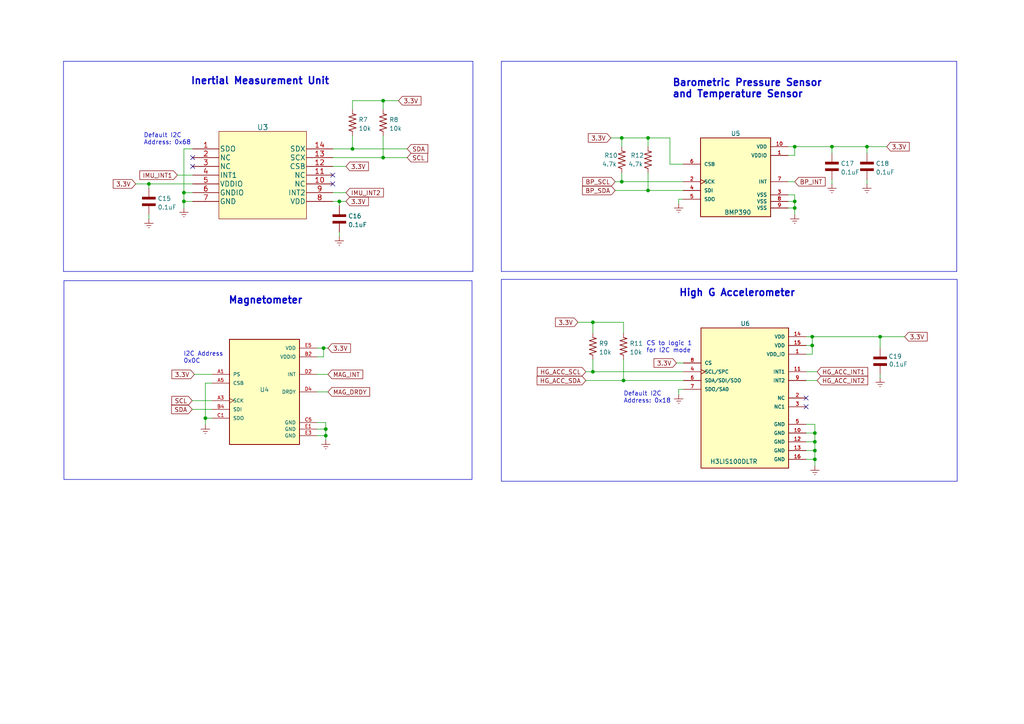
<source format=kicad_sch>
(kicad_sch (version 20230121) (generator eeschema)
  (paper "A4")
  (lib_symbols
    (symbol "Full-Flight-Computer:BMI323" (pin_names (offset 0.254))
      (property "Reference" "U" (at 20.32 -5.715 0))
      (symbol "BMI323_1_1"
        (rectangle (start 7.62 5.08) (end 33.02 -20.32) (stroke (width 0.1524)) (fill (type background)))
        (pin bidirectional line (at 0 0 0) (length 7.62) (name "SDO") (number "1"))
        (pin passive line (at 40.64 -10.16 180) (length 7.62) (name "NC") (number "10"))
        (pin passive line (at 40.64 -7.62 180) (length 7.62) (name "NC") (number "11"))
        (pin input line (at 40.64 -5.08 180) (length 7.62) (name "CSB") (number "12"))
        (pin input line (at 40.64 -2.54 180) (length 7.62) (name "SCX") (number "13"))
        (pin bidirectional line (at 40.64 0 180) (length 7.62) (name "SDX") (number "14"))
        (pin passive line (at 0 -2.54 0) (length 7.62) (name "NC") (number "2"))
        (pin passive line (at 0 -5.08 0) (length 7.62) (name "NC") (number "3"))
        (pin bidirectional line (at 0 -7.62 0) (length 7.62) (name "INT1") (number "4"))
        (pin power_in line (at 0 -10.16 0) (length 7.62) (name "VDDIO") (number "5"))
        (pin power_in line (at 0 -12.7 0) (length 7.62) (name "GNDIO") (number "6"))
        (pin power_in line (at 0 -15.24 0) (length 7.62) (name "GND") (number "7"))
        (pin power_in line (at 40.64 -15.24 180) (length 7.62) (name "VDD") (number "8"))
        (pin bidirectional line (at 40.64 -12.7 180) (length 7.62) (name "INT2") (number "9"))
      )
    )
    (symbol "Full-Flight-Computer:BMM150" (pin_names (offset 1.016))
      (property "Reference" "U" (at -0.635 -1.27 0))
      (symbol "BMM150_0_0"
        (rectangle (start -10.16 -15.24) (end 10.16 15.24) (stroke (width 0.254)) (fill (type background)))
        (pin input line (at -15.24 5.08 0) (length 5.08) (name "PS") (number "A1"))
        (pin input clock (at -15.24 -2.54 0) (length 5.08) (name "SCK") (number "A3"))
        (pin input line (at -15.24 2.54 0) (length 5.08) (name "CSB") (number "A5"))
        (pin power_in line (at 15.24 10.16 180) (length 5.08) (name "VDDIO") (number "B2"))
        (pin bidirectional line (at -15.24 -5.08 0) (length 5.08) (name "SDI") (number "B4"))
        (pin output line (at -15.24 -7.62 0) (length 5.08) (name "SDO") (number "C1"))
        (pin power_in line (at 15.24 -8.89 180) (length 5.08) (name "GND") (number "C5"))
        (pin output line (at 15.24 5.08 180) (length 5.08) (name "INT") (number "D2"))
        (pin output line (at 15.24 0 180) (length 5.08) (name "DRDY") (number "D4"))
        (pin power_in line (at 15.24 -10.795 180) (length 5.08) (name "GND") (number "E1"))
        (pin power_in line (at 15.24 -12.7 180) (length 5.08) (name "GND") (number "E3"))
        (pin power_in line (at 15.24 12.7 180) (length 5.08) (name "VDD") (number "E5"))
      )
    )
    (symbol "Full-Flight-Computer:BMP390" (pin_names (offset 1.016))
      (property "Reference" "U" (at -2.54 13.335 0))
      (property "Value" "BMP390" (at -3.81 -9.525 0))
      (symbol "BMP390_0_0"
        (rectangle (start -10.16 -10.16) (end 10.16 12.7) (stroke (width 0.254)) (fill (type background)))
        (pin power_in line (at 15.24 7.62 180) (length 5.08) (name "VDDIO") (number "1"))
        (pin power_in line (at 15.24 10.16 180) (length 5.08) (name "VDD") (number "10"))
        (pin input clock (at -15.24 0 0) (length 5.08) (name "SCK") (number "2"))
        (pin power_in line (at 15.24 -3.81 180) (length 5.08) (name "VSS") (number "3"))
        (pin input line (at -15.24 -2.54 0) (length 5.08) (name "SDI") (number "4"))
        (pin input line (at -15.24 -5.08 0) (length 5.08) (name "SDO") (number "5"))
        (pin input line (at -15.24 5.08 0) (length 5.08) (name "CSB") (number "6"))
        (pin output line (at 15.24 0 180) (length 5.08) (name "INT") (number "7"))
        (pin power_in line (at 15.24 -5.715 180) (length 5.08) (name "VSS") (number "8"))
        (pin power_in line (at 15.24 -7.62 180) (length 5.08) (name "VSS") (number "9"))
      )
    )
    (symbol "Full-Flight-Computer:CAP_0402" (pin_numbers hide) (pin_names (offset 1.016) hide)
      (property "Reference" "C" (at -1.27 3.81 0))
      (property "Value" "CAP_0402" (at -4.826 -3.81 0))
      (symbol "CAP_0402_0_0"
        (rectangle (start -1.27 -1.905) (end -0.635 1.905) (fill (type outline)))
        (rectangle (start 0.635 -1.905) (end 1.27 1.905) (fill (type outline)))
        (pin passive line (at 3.81 0 180) (length 2.54) (name "~") (number "1"))
        (pin passive line (at -3.81 0 0) (length 2.54) (name "~") (number "2"))
      )
    )
    (symbol "Full-Flight-Computer:Earth" (power) (pin_names (offset 0))
      (symbol "Earth_0_1"
        (polyline (pts (xy -0.635 -1.905) (xy 0.635 -1.905)))
        (polyline (pts (xy -0.127 -2.54) (xy 0.127 -2.54)))
        (polyline (pts (xy 0 -1.27) (xy 0 0)))
        (polyline (pts (xy 1.27 -1.27) (xy -1.27 -1.27)))
      )
      (symbol "Earth_1_1"
        (pin power_in line (at 0 0 270) (length 0) hide (name "Earth") (number "1"))
      )
    )
    (symbol "Full-Flight-Computer:H3LIS100DLTR" (pin_names (offset 1.016))
      (property "Reference" "U" (at -12.7 13.589 0))
      (property "Value" "H3LIS100DLTR" (at -11.557 -27.432 0))
      (symbol "H3LIS100DLTR_0_0"
        (rectangle (start -12.7 12.7) (end 12.7 -27.94) (stroke (width 0.254)) (fill (type background)))
        (pin power_in line (at 17.78 5.08 180) (length 5.08) (name "VDD_IO") (number "1"))
        (pin output line (at 17.78 0 180) (length 5.08) (name "INT1") (number "11"))
        (pin power_in line (at 17.78 10.16 180) (length 5.08) (name "VDD") (number "14"))
        (pin input clock (at -17.78 0 0) (length 5.08) (name "SCL/SPC") (number "4"))
        (pin power_in line (at 17.78 -15.24 180) (length 5.08) (name "GND") (number "5"))
        (pin bidirectional line (at -17.78 -2.54 0) (length 5.08) (name "SDA/SDI/SDO") (number "6"))
        (pin bidirectional line (at -17.78 -5.08 0) (length 5.08) (name "SDO/SA0") (number "7"))
        (pin input line (at -17.78 2.54 0) (length 5.08) (name "CS") (number "8"))
        (pin output line (at 17.78 -2.54 180) (length 5.08) (name "INT2") (number "9"))
      )
      (symbol "H3LIS100DLTR_1_0"
        (pin power_in line (at 17.78 -17.78 180) (length 5.08) (name "GND") (number "10"))
        (pin power_in line (at 17.78 -20.32 180) (length 5.08) (name "GND") (number "12"))
        (pin power_in line (at 17.78 -22.86 180) (length 5.08) (name "GND") (number "13"))
        (pin power_in line (at 17.78 7.62 180) (length 5.08) (name "VDD") (number "15"))
        (pin power_in line (at 17.78 -25.4 180) (length 5.08) (name "GND") (number "16"))
        (pin passive line (at 17.78 -7.62 180) (length 5.08) (name "NC") (number "2"))
        (pin passive line (at 17.78 -10.16 180) (length 5.08) (name "NC1") (number "3"))
      )
    )
    (symbol "Full-Flight-Computer:RES_0402" (pin_numbers hide) (pin_names (offset 1.016) hide)
      (property "Reference" "R" (at -1.27 1.27 0))
      (property "Value" "RES_0402" (at -3.81 -2.54 0))
      (symbol "RES_0402_0_0"
        (polyline (pts (xy -2.54 0) (xy -2.159 1.016)) (stroke (width 0.2032)))
        (polyline (pts (xy -2.159 1.016) (xy -1.524 -1.016)) (stroke (width 0.2032)))
        (polyline (pts (xy -1.524 -1.016) (xy -0.889 1.016)) (stroke (width 0.2032)))
        (polyline (pts (xy -0.889 1.016) (xy -0.254 -1.016)) (stroke (width 0.2032)))
        (polyline (pts (xy -0.254 -1.016) (xy 0.381 1.016)) (stroke (width 0.2032)))
        (polyline (pts (xy 0.381 1.016) (xy 1.016 -1.016)) (stroke (width 0.2032)))
        (polyline (pts (xy 1.016 -1.016) (xy 1.651 1.016)) (stroke (width 0.2032)))
        (polyline (pts (xy 1.651 1.016) (xy 2.286 -1.016)) (stroke (width 0.2032)))
        (polyline (pts (xy 2.286 -1.016) (xy 2.54 0)) (stroke (width 0.2032)))
        (pin passive line (at -3.81 0 0) (length 1.27) (name "~") (number "1"))
        (pin passive line (at 3.81 0 180) (length 1.27) (name "~") (number "2"))
      )
    )
  )
  (junction (at 235.585 97.663))
  (junction (at 102.235 43.18))
  (junction (at 236.347 125.603))
  (junction (at 93.853 100.965))
  (junction (at 43.18 53.34))
  (junction (at 187.96 40.005))
  (junction (at 241.3 42.545))
  (junction (at 180.848 110.363))
  (junction (at 230.505 60.325))
  (junction (at 230.505 58.42))
  (junction (at 235.585 100.203))
  (junction (at 236.347 133.223))
  (junction (at 111.125 29.21))
  (junction (at 230.505 42.545))
  (junction (at 251.46 42.545))
  (junction (at 236.347 130.683))
  (junction (at 111.125 45.72))
  (junction (at 94.488 126.365))
  (junction (at 59.563 121.285))
  (junction (at 53.34 58.42))
  (junction (at 255.27 97.663))
  (junction (at 236.347 128.143))
  (junction (at 180.34 52.705))
  (junction (at 171.958 107.823))
  (junction (at 171.958 93.472))
  (junction (at 187.96 55.245))
  (junction (at 180.34 40.005))
  (junction (at 94.488 124.46))
  (junction (at 53.34 55.88))
  (junction (at 98.425 58.42))
  (no_connect (at 233.807 115.443))
  (no_connect (at 96.52 53.34))
  (no_connect (at 96.52 50.8))
  (no_connect (at 55.88 45.72))
  (no_connect (at 233.807 117.983))
  (no_connect (at 55.88 48.26))
  (wire (pts (xy 196.215 105.283) (xy 198.247 105.283)))
  (wire (pts (xy 177.165 40.005) (xy 180.34 40.005)))
  (wire (pts (xy 178.435 55.245) (xy 187.96 55.245)))
  (wire (pts (xy 233.807 97.663) (xy 235.585 97.663)))
  (wire (pts (xy 93.853 100.965) (xy 95.123 100.965)))
  (wire (pts (xy 55.753 116.205) (xy 61.468 116.205)))
  (wire (pts (xy 235.585 102.743) (xy 235.585 100.203)))
  (wire (pts (xy 230.505 42.545) (xy 241.3 42.545)))
  (wire (pts (xy 178.435 52.705) (xy 180.34 52.705)))
  (wire (pts (xy 194.31 40.005) (xy 194.31 47.625)))
  (wire (pts (xy 102.235 29.21) (xy 111.125 29.21)))
  (wire (pts (xy 228.6 42.545) (xy 230.505 42.545)))
  (wire (pts (xy 180.848 104.267) (xy 180.848 110.363)))
  (wire (pts (xy 94.488 124.46) (xy 94.488 126.365)))
  (wire (pts (xy 111.125 45.72) (xy 118.11 45.72)))
  (wire (pts (xy 169.926 107.823) (xy 171.958 107.823)))
  (wire (pts (xy 39.37 53.34) (xy 43.18 53.34)))
  (wire (pts (xy 102.235 31.75) (xy 102.235 29.21)))
  (wire (pts (xy 171.958 107.823) (xy 198.247 107.823)))
  (wire (pts (xy 96.52 55.88) (xy 100.33 55.88)))
  (wire (pts (xy 91.948 126.365) (xy 94.488 126.365)))
  (wire (pts (xy 196.85 112.903) (xy 196.85 114.427)))
  (wire (pts (xy 233.807 125.603) (xy 236.347 125.603)))
  (wire (pts (xy 198.247 112.903) (xy 196.85 112.903)))
  (polyline (pts (xy 18.415 17.78) (xy 20.955 17.78)))
  (wire (pts (xy 180.848 110.363) (xy 198.247 110.363)))
  (wire (pts (xy 233.807 100.203) (xy 235.585 100.203)))
  (polyline (pts (xy 18.415 78.74) (xy 18.415 17.78)))
  (wire (pts (xy 55.88 43.18) (xy 53.34 43.18)))
  (wire (pts (xy 98.425 67.31) (xy 98.425 68.58)))
  (wire (pts (xy 233.807 128.143) (xy 236.347 128.143)))
  (wire (pts (xy 96.52 45.72) (xy 111.125 45.72)))
  (wire (pts (xy 91.948 108.585) (xy 95.123 108.585)))
  (wire (pts (xy 241.3 42.545) (xy 251.46 42.545)))
  (wire (pts (xy 96.52 58.42) (xy 98.425 58.42)))
  (wire (pts (xy 51.435 50.8) (xy 55.88 50.8)))
  (wire (pts (xy 233.807 133.223) (xy 236.347 133.223)))
  (wire (pts (xy 61.468 121.285) (xy 59.563 121.285)))
  (wire (pts (xy 198.12 57.785) (xy 196.85 57.785)))
  (wire (pts (xy 196.85 57.785) (xy 196.85 59.055)))
  (wire (pts (xy 228.6 56.515) (xy 230.505 56.515)))
  (wire (pts (xy 91.948 100.965) (xy 93.853 100.965)))
  (wire (pts (xy 102.235 43.18) (xy 118.11 43.18)))
  (wire (pts (xy 251.46 52.07) (xy 251.46 53.34)))
  (wire (pts (xy 111.125 29.21) (xy 115.57 29.21)))
  (wire (pts (xy 236.347 125.603) (xy 236.347 128.143)))
  (wire (pts (xy 233.807 110.363) (xy 236.982 110.363)))
  (wire (pts (xy 180.34 40.005) (xy 187.96 40.005)))
  (wire (pts (xy 53.34 43.18) (xy 53.34 55.88)))
  (wire (pts (xy 111.125 31.75) (xy 111.125 29.21)))
  (wire (pts (xy 169.926 110.363) (xy 180.848 110.363)))
  (wire (pts (xy 96.52 48.26) (xy 100.33 48.26)))
  (wire (pts (xy 91.948 122.555) (xy 94.488 122.555)))
  (wire (pts (xy 230.505 45.085) (xy 230.505 42.545)))
  (wire (pts (xy 255.27 108.585) (xy 255.27 109.601)))
  (wire (pts (xy 241.3 52.07) (xy 241.3 53.34)))
  (wire (pts (xy 53.34 58.42) (xy 53.34 60.325)))
  (polyline (pts (xy 145.415 17.78) (xy 277.495 17.78)))
  (wire (pts (xy 59.563 111.125) (xy 59.563 121.285)))
  (wire (pts (xy 93.853 103.505) (xy 93.853 100.965)))
  (wire (pts (xy 228.6 60.325) (xy 230.505 60.325)))
  (wire (pts (xy 236.347 128.143) (xy 236.347 130.683)))
  (wire (pts (xy 236.347 123.063) (xy 236.347 125.603)))
  (wire (pts (xy 96.52 43.18) (xy 102.235 43.18)))
  (wire (pts (xy 61.468 111.125) (xy 59.563 111.125)))
  (wire (pts (xy 251.46 42.545) (xy 251.46 44.45)))
  (wire (pts (xy 241.3 42.545) (xy 241.3 44.45)))
  (wire (pts (xy 53.34 55.88) (xy 55.88 55.88)))
  (wire (pts (xy 59.563 121.285) (xy 59.563 123.19)))
  (wire (pts (xy 53.34 58.42) (xy 55.88 58.42)))
  (wire (pts (xy 94.488 122.555) (xy 94.488 124.46)))
  (wire (pts (xy 235.585 97.663) (xy 255.27 97.663)))
  (wire (pts (xy 228.6 58.42) (xy 230.505 58.42)))
  (wire (pts (xy 233.807 107.823) (xy 236.982 107.823)))
  (wire (pts (xy 236.347 133.223) (xy 236.347 135.128)))
  (wire (pts (xy 53.34 55.88) (xy 53.34 58.42)))
  (wire (pts (xy 230.505 58.42) (xy 230.505 60.325)))
  (wire (pts (xy 230.505 60.325) (xy 230.505 62.23)))
  (polyline (pts (xy 137.16 78.74) (xy 18.415 78.74)))
  (wire (pts (xy 180.34 52.705) (xy 198.12 52.705)))
  (wire (pts (xy 187.96 40.005) (xy 194.31 40.005)))
  (wire (pts (xy 187.96 50.165) (xy 187.96 55.245)))
  (wire (pts (xy 228.6 52.705) (xy 230.505 52.705)))
  (wire (pts (xy 194.31 47.625) (xy 198.12 47.625)))
  (wire (pts (xy 235.585 97.663) (xy 235.585 100.203)))
  (wire (pts (xy 171.958 93.472) (xy 180.848 93.472)))
  (wire (pts (xy 102.235 39.37) (xy 102.235 43.18)))
  (wire (pts (xy 233.807 102.743) (xy 235.585 102.743)))
  (wire (pts (xy 251.46 42.545) (xy 257.175 42.545)))
  (polyline (pts (xy 277.495 17.78) (xy 277.495 78.74)))
  (wire (pts (xy 233.807 130.683) (xy 236.347 130.683)))
  (wire (pts (xy 187.96 40.005) (xy 187.96 42.545)))
  (wire (pts (xy 43.18 53.34) (xy 43.18 54.61)))
  (polyline (pts (xy 137.16 17.78) (xy 137.16 78.74)))
  (polyline (pts (xy 145.415 17.78) (xy 145.415 78.74)))
  (wire (pts (xy 167.64 93.472) (xy 171.958 93.472)))
  (wire (pts (xy 43.18 62.23) (xy 43.18 63.5)))
  (wire (pts (xy 56.388 108.585) (xy 61.468 108.585)))
  (wire (pts (xy 98.425 58.42) (xy 100.33 58.42)))
  (wire (pts (xy 255.27 97.663) (xy 262.382 97.663)))
  (polyline (pts (xy 20.955 17.78) (xy 137.16 17.78)))
  (wire (pts (xy 255.27 100.965) (xy 255.27 97.663)))
  (wire (pts (xy 111.125 39.37) (xy 111.125 45.72)))
  (wire (pts (xy 230.505 56.515) (xy 230.505 58.42)))
  (wire (pts (xy 91.948 103.505) (xy 93.853 103.505)))
  (wire (pts (xy 91.948 124.46) (xy 94.488 124.46)))
  (wire (pts (xy 233.807 123.063) (xy 236.347 123.063)))
  (wire (pts (xy 94.488 126.365) (xy 94.488 127.635)))
  (wire (pts (xy 180.34 50.165) (xy 180.34 52.705)))
  (wire (pts (xy 98.425 58.42) (xy 98.425 59.69)))
  (wire (pts (xy 91.948 113.665) (xy 95.123 113.665)))
  (wire (pts (xy 171.958 104.267) (xy 171.958 107.823)))
  (wire (pts (xy 180.848 93.472) (xy 180.848 96.647)))
  (wire (pts (xy 228.6 45.085) (xy 230.505 45.085)))
  (wire (pts (xy 236.347 130.683) (xy 236.347 133.223)))
  (wire (pts (xy 43.18 53.34) (xy 55.88 53.34)))
  (wire (pts (xy 187.96 55.245) (xy 198.12 55.245)))
  (wire (pts (xy 55.753 118.745) (xy 61.468 118.745)))
  (wire (pts (xy 171.958 93.472) (xy 171.958 96.647)))
  (wire (pts (xy 180.34 40.005) (xy 180.34 42.545)))
  (polyline (pts (xy 277.495 78.74) (xy 145.415 78.74)))
  (rectangle (start 18.542 81.407) (end 136.906 139.065))
  (rectangle (start 145.415 81.026) (end 277.622 139.573))
  (text "CS to logic 1\nfor I2C mode\n" (at 187.452 102.489 0) (effects (font (size 1.27 1.27)) (justify left bottom)))
  (text "I2C Address\n0x0C\n" (at 53.213 105.537 0) (effects (font (size 1.27 1.27)) (justify left bottom)))
  (text "Default I2C \nAddress: 0x68\n" (at 41.656 42.164 0) (effects (font (size 1.27 1.27)) (justify left bottom)))
  (text "High G Accelerometer\n" (at 196.85 86.233 0) (effects (font (size 2.032 2.032) bold) (justify left bottom)))
  (text "Default I2C \nAddress: 0x18\n" (at 180.848 117.094 0) (effects (font (size 1.27 1.27)) (justify left bottom)))
  (text "Magnetometer\n" (at 66.167 88.392 0) (effects (font (size 2.032 2.032) bold) (justify left bottom)))
  (text "Barometric Pressure Sensor\nand Temperature Sensor" (at 194.945 28.575 0) (effects (font (size 2.032 2.032) bold) (justify left bottom)))
  (text "Inertial Measurement Unit" (at 55.245 24.765 0) (effects (font (size 2.032 2.032) bold) (justify left bottom)))
  (global_label "IMU_INT1" (shape input) (at 51.435 50.8 180) (property "Intersheetrefs" "${INTERSHEET_REFS}" (effects hide)))
  (global_label "MAG_DRDY" (shape input) (at 95.123 113.665 0) (property "Intersheetrefs" "${INTERSHEET_REFS}" (effects hide)))
  (global_label "3.3V" (shape input) (at 95.123 100.965 0) (property "Intersheetrefs" "${INTERSHEET_REFS}" (effects hide)))
  (global_label "BP_INT" (shape input) (at 230.505 52.705 0) (property "Intersheetrefs" "${INTERSHEET_REFS}" (effects hide)))
  (global_label "SCL" (shape input) (at 118.11 45.72 0) (property "Intersheetrefs" "${INTERSHEET_REFS}" (effects hide)))
  (global_label "3.3V" (shape input) (at 39.37 53.34 180) (property "Intersheetrefs" "${INTERSHEET_REFS}" (effects hide)))
  (global_label "SDA" (shape input) (at 118.11 43.18 0) (property "Intersheetrefs" "${INTERSHEET_REFS}" (effects hide)))
  (global_label "BP_SDA" (shape input) (at 178.435 55.245 180) (property "Intersheetrefs" "${INTERSHEET_REFS}" (effects hide)))
  (global_label "HG_ACC_INT1" (shape input) (at 236.982 107.823 0) (property "Intersheetrefs" "${INTERSHEET_REFS}" (effects hide)))
  (global_label "HG_ACC_INT2" (shape input) (at 236.982 110.363 0) (property "Intersheetrefs" "${INTERSHEET_REFS}" (effects hide)))
  (global_label "MAG_INT" (shape input) (at 95.123 108.585 0) (property "Intersheetrefs" "${INTERSHEET_REFS}" (effects hide)))
  (global_label "3.3V" (shape input) (at 262.382 97.663 0) (property "Intersheetrefs" "${INTERSHEET_REFS}" (effects hide)))
  (global_label "3.3V" (shape input) (at 115.57 29.21 0) (property "Intersheetrefs" "${INTERSHEET_REFS}" (effects hide)))
  (global_label "3.3V" (shape input) (at 100.33 48.26 0) (property "Intersheetrefs" "${INTERSHEET_REFS}" (effects hide)))
  (global_label "HG_ACC_SCL" (shape input) (at 169.926 107.823 180) (property "Intersheetrefs" "${INTERSHEET_REFS}" (effects hide)))
  (global_label "3.3V" (shape input) (at 56.388 108.585 180) (property "Intersheetrefs" "${INTERSHEET_REFS}" (effects hide)))
  (global_label "SCL" (shape input) (at 55.753 116.205 180) (property "Intersheetrefs" "${INTERSHEET_REFS}" (effects hide)))
  (global_label "3.3V" (shape input) (at 257.175 42.545 0) (property "Intersheetrefs" "${INTERSHEET_REFS}" (effects hide)))
  (global_label "3.3V" (shape input) (at 100.33 58.42 0) (property "Intersheetrefs" "${INTERSHEET_REFS}" (effects hide)))
  (global_label "HG_ACC_SDA" (shape input) (at 169.926 110.363 180) (property "Intersheetrefs" "${INTERSHEET_REFS}" (effects hide)))
  (global_label "IMU_INT2" (shape input) (at 100.33 55.88 0) (property "Intersheetrefs" "${INTERSHEET_REFS}" (effects hide)))
  (global_label "SDA" (shape input) (at 55.753 118.745 180) (property "Intersheetrefs" "${INTERSHEET_REFS}" (effects hide)))
  (global_label "3.3V" (shape input) (at 167.64 93.472 180) (property "Intersheetrefs" "${INTERSHEET_REFS}" (effects hide)))
  (global_label "3.3V" (shape input) (at 196.215 105.283 180) (property "Intersheetrefs" "${INTERSHEET_REFS}" (effects hide)))
  (global_label "3.3V" (shape input) (at 177.165 40.005 180) (property "Intersheetrefs" "${INTERSHEET_REFS}" (effects hide)))
  (global_label "BP_SCL" (shape input) (at 178.435 52.705 180) (property "Intersheetrefs" "${INTERSHEET_REFS}" (effects hide)))
  (symbol (lib_id "Full-Flight-Computer:Earth") (at 59.563 123.19 0) (unit 1)
    (property "Reference" "#PWR021" (effects hide))
    (property "Value" "Earth" (effects hide))
  )
  (symbol (lib_id "Full-Flight-Computer:RES_0402") (at 111.125 35.56 90) (unit 1)
    (property "Reference" "R8" (at 112.8776 34.7253 90) (effects (justify right)))
    (property "Value" "10k" (at 112.8776 37.2622 90) (effects (justify right)))
    (property "Footprint" "Full-Flight-Computer:RES_0402" (effects hide))
  )
  (symbol (lib_id "Full-Flight-Computer:Earth") (at 255.27 109.601 0) (unit 1)
    (property "Reference" "#PWR030" (effects hide))
    (property "Value" "Earth" (effects hide))
  )
  (symbol (lib_id "Full-Flight-Computer:RES_0402") (at 180.848 100.457 90) (unit 1)
    (property "Reference" "R11" (at 182.6006 99.6223 90) (effects (justify right)))
    (property "Value" "10k" (at 182.6006 102.1592 90) (effects (justify right)))
    (property "Footprint" "Full-Flight-Computer:RES_0402" (effects hide))
  )
  (symbol (lib_id "Full-Flight-Computer:Earth") (at 53.34 60.325 0) (unit 1)
    (property "Reference" "#PWR020" (effects hide))
    (property "Value" "Earth" (effects hide))
  )
  (symbol (lib_id "Full-Flight-Computer:RES_0402") (at 180.34 46.355 90) (unit 1)
    (property "Reference" "R10" (at 175.26 45.085 90) (effects (justify right)))
    (property "Value" "4.7k" (at 174.625 47.625 90) (effects (justify right)))
    (property "Footprint" "Full-Flight-Computer:RES_0402" (effects hide))
  )
  (symbol (lib_id "Full-Flight-Computer:CAP_0402") (at 241.3 48.26 90) (unit 1)
    (property "Reference" "C17" (at 243.84 47.4253 90) (effects (justify right)))
    (property "Value" "0.1uF" (at 243.84 49.9622 90) (effects (justify right)))
    (property "Footprint" "Full-Flight-Computer:CAP_0402" (effects hide))
  )
  (symbol (lib_id "Full-Flight-Computer:Earth") (at 230.505 62.23 0) (unit 1)
    (property "Reference" "#PWR026" (effects hide))
    (property "Value" "Earth" (effects hide))
  )
  (symbol (lib_id "Full-Flight-Computer:RES_0402") (at 187.96 46.355 90) (unit 1)
    (property "Reference" "R12" (at 182.88 45.085 90) (effects (justify right)))
    (property "Value" "4.7k" (at 182.245 47.625 90) (effects (justify right)))
    (property "Footprint" "Full-Flight-Computer:RES_0402" (effects hide))
  )
  (symbol (lib_id "Full-Flight-Computer:BMP390") (at 213.36 52.705 0) (unit 1)
    (property "Reference" "U5" (at 213.36 38.735 0))
    (property "Value" "BMP390" (at 213.995 61.595 0))
    (property "Footprint" "Full-Flight-Computer:BMP390" (effects hide))
  )
  (symbol (lib_id "Full-Flight-Computer:Earth") (at 98.425 68.58 0) (unit 1)
    (property "Reference" "#PWR023" (effects hide))
    (property "Value" "Earth" (effects hide))
  )
  (symbol (lib_id "Full-Flight-Computer:H3LIS100DLTR") (at 216.027 107.823 0) (unit 1)
    (property "Reference" "U6" (at 216.154 93.853 0))
    (property "Value" "H3LIS100DLTR" (at 212.852 133.858 0))
    (property "Footprint" "Full-Flight-Computer:H3LIS100DLTR" (effects hide))
    (property "PARTREV" "2" (effects hide))
    (property "STANDARD" "IPC 7351B" (effects hide))
    (property "MAXIMUM_PACKAGE_HEIGHT" "1 mm" (effects hide))
    (property "MANUFACTURER" "STMicroelectronics" (effects hide))
  )
  (symbol (lib_id "Full-Flight-Computer:Earth") (at 236.347 135.128 0) (unit 1)
    (property "Reference" "#PWR027" (effects hide))
    (property "Value" "Earth" (effects hide))
  )
  (symbol (lib_id "Full-Flight-Computer:CAP_0402") (at 98.425 63.5 90) (unit 1)
    (property "Reference" "C16" (at 100.965 62.6653 90) (effects (justify right)))
    (property "Value" "0.1uF" (at 100.965 65.2022 90) (effects (justify right)))
    (property "Footprint" "Full-Flight-Computer:CAP_0402" (effects hide))
  )
  (symbol (lib_id "Full-Flight-Computer:Earth") (at 94.488 127.635 0) (unit 1)
    (property "Reference" "#PWR022" (effects hide))
    (property "Value" "Earth" (effects hide))
  )
  (symbol (lib_id "Full-Flight-Computer:Earth") (at 241.3 53.34 0) (unit 1)
    (property "Reference" "#PWR028" (effects hide))
    (property "Value" "Earth" (effects hide))
  )
  (symbol (lib_id "Full-Flight-Computer:Earth") (at 196.85 59.055 0) (unit 1)
    (property "Reference" "#PWR024" (effects hide))
    (property "Value" "Earth" (effects hide))
  )
  (symbol (lib_id "Full-Flight-Computer:Earth") (at 251.46 53.34 0) (unit 1)
    (property "Reference" "#PWR029" (effects hide))
    (property "Value" "Earth" (effects hide))
  )
  (symbol (lib_id "Full-Flight-Computer:Earth") (at 196.85 114.427 0) (unit 1)
    (property "Reference" "#PWR025" (effects hide))
    (property "Value" "Earth" (effects hide))
  )
  (symbol (lib_id "Full-Flight-Computer:Earth") (at 43.18 63.5 0) (unit 1)
    (property "Reference" "#PWR019" (effects hide))
    (property "Value" "Earth" (effects hide))
  )
  (symbol (lib_id "Full-Flight-Computer:RES_0402") (at 102.235 35.56 90) (unit 1)
    (property "Reference" "R7" (at 103.9876 34.7253 90) (effects (justify right)))
    (property "Value" "10k" (at 103.9876 37.2622 90) (effects (justify right)))
    (property "Footprint" "Full-Flight-Computer:RES_0402" (effects hide))
  )
  (symbol (lib_id "Full-Flight-Computer:CAP_0402") (at 43.18 58.42 90) (unit 1)
    (property "Reference" "C15" (at 45.72 57.5853 90) (effects (justify right)))
    (property "Value" "0.1uF" (at 45.72 60.1222 90) (effects (justify right)))
    (property "Footprint" "Full-Flight-Computer:CAP_0402" (effects hide))
  )
  (symbol (lib_id "Full-Flight-Computer:CAP_0402") (at 255.27 104.775 90) (unit 1)
    (property "Reference" "C19" (at 257.683 103.378 90) (effects (justify right)))
    (property "Value" "0.1uF" (at 257.81 105.664 90) (effects (justify right)))
    (property "Footprint" "Full-Flight-Computer:CAP_0402" (effects hide))
  )
  (symbol (lib_id "Full-Flight-Computer:BMI323") (at 55.88 43.18 0) (unit 1)
    (property "Reference" "U3" (at 76.2 36.9331 0) (effects (font (size 1.524 1.524))))
    (property "Value" "BMI323" (effects hide))
    (property "Footprint" "Full-Flight-Computer:BMI323" (effects hide))
  )
  (symbol (lib_id "Full-Flight-Computer:RES_0402") (at 171.958 100.457 90) (unit 1)
    (property "Reference" "R9" (at 173.7106 99.6223 90) (effects (justify right)))
    (property "Value" "10k" (at 173.7106 102.1592 90) (effects (justify right)))
    (property "Footprint" "Full-Flight-Computer:RES_0402" (effects hide))
  )
  (symbol (lib_id "Full-Flight-Computer:CAP_0402") (at 251.46 48.26 90) (unit 1)
    (property "Reference" "C18" (at 254 47.4253 90) (effects (justify right)))
    (property "Value" "0.1uF" (at 254 49.9622 90) (effects (justify right)))
    (property "Footprint" "Full-Flight-Computer:CAP_0402" (effects hide))
  )
  (symbol (lib_id "Full-Flight-Computer:BMM150") (at 76.708 113.665 0) (unit 1)
    (property "Reference" "U4" (at 76.708 113.03 0))
    (property "Value" "BMM150" (effects hide))
    (property "Footprint" "Full-Flight-Computer:BMM150" (effects hide))
    (property "DESCRIPTION" "BMM150 Series 3.6 V Surface Mount Three-Axis Geomagnetic Sensor - WLCSP-12" (effects hide))
    (property "PACKAGE" "WLCSP-12 Bosch" (effects hide))
    (property "AVAILABILITY" "Unavailable" (effects hide))
    (property "MP" "BMM150" (effects hide))
    (property "PRICE" "None" (effects hide))
    (property "MF" "Bosch Sensortec" (effects hide))
  )
)
</source>
